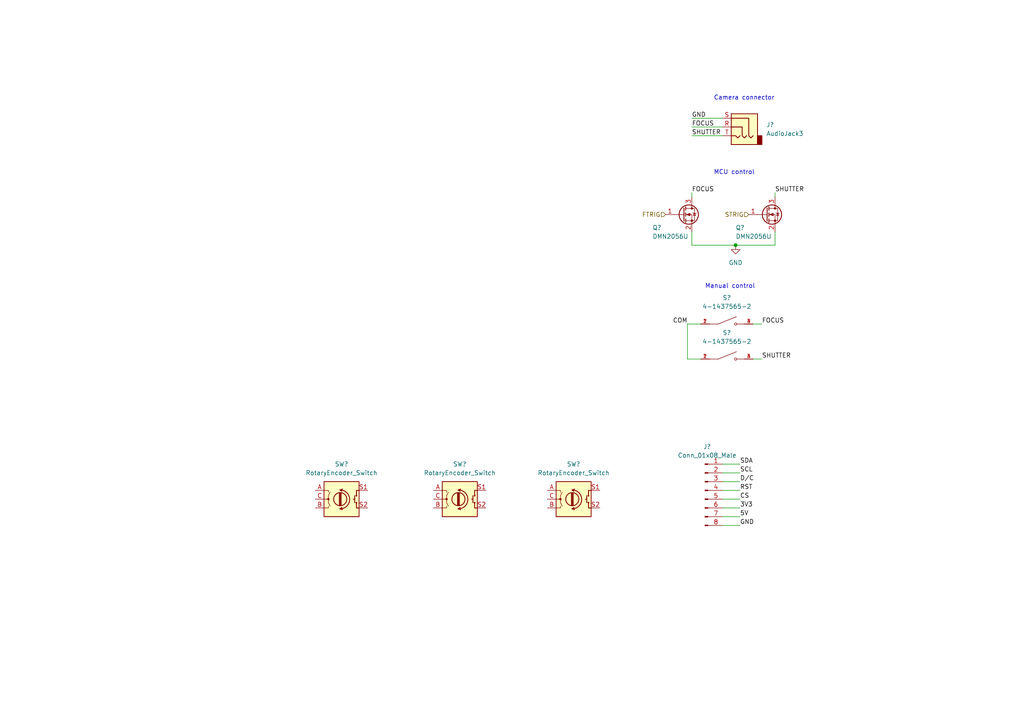
<source format=kicad_sch>
(kicad_sch (version 20211123) (generator eeschema)
  (paper "A4")
  (lib_symbols
    (symbol "4-1437565-2:4-1437565-2" (pin_names (offset 1.016))
      (property "Reference" "S" (at -2.54 2.54 0))
      (property "Value" "4-1437565-2" (at -2.54 -2.54 0))
      (symbol "4-1437565-2_0_0"
        (polyline (pts (xy -2.54 0) (xy -5.08 0)) (stroke (width 0.1524)))
        (polyline (pts (xy -2.54 0) (xy 2.794 2.1336)) (stroke (width 0.1524)))
        (polyline (pts (xy 5.08 0) (xy 2.921 0)) (stroke (width 0.1524)))
        (circle (center 2.54 0) (radius 0.3302) (stroke (width 0.1524)))
        (pin passive line (at -7.62 0 0) (length 2.54) (name "~") (number "1"))
        (pin passive line (at -7.62 0 0) (length 2.54) (name "~") (number "2"))
        (pin passive line (at 7.62 0 180) (length 2.54) (name "~") (number "3"))
        (pin passive line (at 7.62 0 180) (length 2.54) (name "~") (number "4"))
      )
    )
    (symbol "Connector:AudioJack3"
      (property "Reference" "J" (at 0 8.89 0))
      (property "Value" "AudioJack3" (at 0 6.35 0))
      (symbol "AudioJack3_0_1"
        (rectangle (start -5.08 -5.08) (end -6.35 -2.54) (stroke (width 0.254)) (fill (type outline)))
        (polyline (pts (xy 0 -2.54) (xy 0.635 -3.175) (xy 1.27 -2.54) (xy 2.54 -2.54)) (stroke (width 0.254)))
        (polyline (pts (xy -1.905 -2.54) (xy -1.27 -3.175) (xy -0.635 -2.54) (xy -0.635 0) (xy 2.54 0)) (stroke (width 0.254)))
        (polyline (pts (xy 2.54 2.54) (xy -2.54 2.54) (xy -2.54 -2.54) (xy -3.175 -3.175) (xy -3.81 -2.54)) (stroke (width 0.254)))
        (rectangle (start 2.54 3.81) (end -5.08 -5.08) (stroke (width 0.254)) (fill (type background)))
      )
      (symbol "AudioJack3_1_1"
        (pin passive line (at 5.08 0 180) (length 2.54) (name "~") (number "R"))
        (pin passive line (at 5.08 2.54 180) (length 2.54) (name "~") (number "S"))
        (pin passive line (at 5.08 -2.54 180) (length 2.54) (name "~") (number "T"))
      )
    )
    (symbol "Connector:Conn_01x08_Male" (pin_names (offset 1.016) hide)
      (property "Reference" "J" (at 0 10.16 0))
      (property "Value" "Conn_01x08_Male" (at 0 -12.7 0))
      (symbol "Conn_01x08_Male_1_1"
        (polyline (pts (xy 1.27 -10.16) (xy 0.8636 -10.16)) (stroke (width 0.1524)))
        (polyline (pts (xy 1.27 -7.62) (xy 0.8636 -7.62)) (stroke (width 0.1524)))
        (polyline (pts (xy 1.27 -5.08) (xy 0.8636 -5.08)) (stroke (width 0.1524)))
        (polyline (pts (xy 1.27 -2.54) (xy 0.8636 -2.54)) (stroke (width 0.1524)))
        (polyline (pts (xy 1.27 0) (xy 0.8636 0)) (stroke (width 0.1524)))
        (polyline (pts (xy 1.27 2.54) (xy 0.8636 2.54)) (stroke (width 0.1524)))
        (polyline (pts (xy 1.27 5.08) (xy 0.8636 5.08)) (stroke (width 0.1524)))
        (polyline (pts (xy 1.27 7.62) (xy 0.8636 7.62)) (stroke (width 0.1524)))
        (rectangle (start 0.8636 -10.033) (end 0 -10.287) (stroke (width 0.1524)) (fill (type outline)))
        (rectangle (start 0.8636 -7.493) (end 0 -7.747) (stroke (width 0.1524)) (fill (type outline)))
        (rectangle (start 0.8636 -4.953) (end 0 -5.207) (stroke (width 0.1524)) (fill (type outline)))
        (rectangle (start 0.8636 -2.413) (end 0 -2.667) (stroke (width 0.1524)) (fill (type outline)))
        (rectangle (start 0.8636 0.127) (end 0 -0.127) (stroke (width 0.1524)) (fill (type outline)))
        (rectangle (start 0.8636 2.667) (end 0 2.413) (stroke (width 0.1524)) (fill (type outline)))
        (rectangle (start 0.8636 5.207) (end 0 4.953) (stroke (width 0.1524)) (fill (type outline)))
        (rectangle (start 0.8636 7.747) (end 0 7.493) (stroke (width 0.1524)) (fill (type outline)))
        (pin passive line (at 5.08 7.62 180) (length 3.81) (name "Pin_1") (number "1"))
        (pin passive line (at 5.08 5.08 180) (length 3.81) (name "Pin_2") (number "2"))
        (pin passive line (at 5.08 2.54 180) (length 3.81) (name "Pin_3") (number "3"))
        (pin passive line (at 5.08 0 180) (length 3.81) (name "Pin_4") (number "4"))
        (pin passive line (at 5.08 -2.54 180) (length 3.81) (name "Pin_5") (number "5"))
        (pin passive line (at 5.08 -5.08 180) (length 3.81) (name "Pin_6") (number "6"))
        (pin passive line (at 5.08 -7.62 180) (length 3.81) (name "Pin_7") (number "7"))
        (pin passive line (at 5.08 -10.16 180) (length 3.81) (name "Pin_8") (number "8"))
      )
    )
    (symbol "Device:RotaryEncoder_Switch" (pin_names (offset 0.254) hide)
      (property "Reference" "SW" (at 0 6.604 0))
      (property "Value" "RotaryEncoder_Switch" (at 0 -6.604 0))
      (symbol "RotaryEncoder_Switch_0_1"
        (rectangle (start -5.08 5.08) (end 5.08 -5.08) (stroke (width 0.254)) (fill (type background)))
        (circle (center -3.81 0) (radius 0.254) (fill (type outline)))
        (arc (start -0.381 -2.794) (mid 2.3622 -0.0508) (end -0.381 2.667) (stroke (width 0.254)))
        (circle (center -0.381 0) (radius 1.905) (stroke (width 0.254)))
        (polyline (pts (xy -0.635 -1.778) (xy -0.635 1.778)) (stroke (width 0.254)))
        (polyline (pts (xy -0.381 -1.778) (xy -0.381 1.778)) (stroke (width 0.254)))
        (polyline (pts (xy -0.127 1.778) (xy -0.127 -1.778)) (stroke (width 0.254)))
        (polyline (pts (xy 3.81 0) (xy 3.429 0)) (stroke (width 0.254)))
        (polyline (pts (xy 3.81 1.016) (xy 3.81 -1.016)) (stroke (width 0.254)))
        (polyline (pts (xy -5.08 -2.54) (xy -3.81 -2.54) (xy -3.81 -2.032)))
        (polyline (pts (xy -5.08 2.54) (xy -3.81 2.54) (xy -3.81 2.032)))
        (polyline (pts (xy 0.254 -3.048) (xy -0.508 -2.794) (xy 0.127 -2.413)) (stroke (width 0.254)))
        (polyline (pts (xy 0.254 2.921) (xy -0.508 2.667) (xy 0.127 2.286)) (stroke (width 0.254)))
        (polyline (pts (xy 5.08 -2.54) (xy 4.318 -2.54) (xy 4.318 -1.016)) (stroke (width 0.254)))
        (polyline (pts (xy 5.08 2.54) (xy 4.318 2.54) (xy 4.318 1.016)) (stroke (width 0.254)))
        (polyline (pts (xy -5.08 0) (xy -3.81 0) (xy -3.81 -1.016) (xy -3.302 -2.032)))
        (polyline (pts (xy -4.318 0) (xy -3.81 0) (xy -3.81 1.016) (xy -3.302 2.032)))
        (circle (center 4.318 -1.016) (radius 0.127) (stroke (width 0.254)))
        (circle (center 4.318 1.016) (radius 0.127) (stroke (width 0.254)))
      )
      (symbol "RotaryEncoder_Switch_1_1"
        (pin passive line (at -7.62 2.54 0) (length 2.54) (name "A") (number "A"))
        (pin passive line (at -7.62 -2.54 0) (length 2.54) (name "B") (number "B"))
        (pin passive line (at -7.62 0 0) (length 2.54) (name "C") (number "C"))
        (pin passive line (at 7.62 2.54 180) (length 2.54) (name "S1") (number "S1"))
        (pin passive line (at 7.62 -2.54 180) (length 2.54) (name "S2") (number "S2"))
      )
    )
    (symbol "Transistor_FET:DMN2056U" (pin_names hide)
      (property "Reference" "Q" (at 5.08 1.905 0))
      (property "Value" "DMN2056U" (at 5.08 0 0))
      (symbol "DMN2056U_0_1"
        (polyline (pts (xy 0.254 0) (xy -2.54 0)))
        (polyline (pts (xy 0.254 1.905) (xy 0.254 -1.905)) (stroke (width 0.254)))
        (polyline (pts (xy 0.762 -1.27) (xy 0.762 -2.286)) (stroke (width 0.254)))
        (polyline (pts (xy 0.762 0.508) (xy 0.762 -0.508)) (stroke (width 0.254)))
        (polyline (pts (xy 0.762 2.286) (xy 0.762 1.27)) (stroke (width 0.254)))
        (polyline (pts (xy 2.54 2.54) (xy 2.54 1.778)))
        (polyline (pts (xy 2.54 -2.54) (xy 2.54 0) (xy 0.762 0)))
        (polyline (pts (xy 0.762 -1.778) (xy 3.302 -1.778) (xy 3.302 1.778) (xy 0.762 1.778)))
        (polyline (pts (xy 1.016 0) (xy 2.032 0.381) (xy 2.032 -0.381) (xy 1.016 0)) (fill (type outline)))
        (polyline (pts (xy 2.794 0.508) (xy 2.921 0.381) (xy 3.683 0.381) (xy 3.81 0.254)))
        (polyline (pts (xy 3.302 0.381) (xy 2.921 -0.254) (xy 3.683 -0.254) (xy 3.302 0.381)))
        (circle (center 1.651 0) (radius 2.794) (stroke (width 0.254)))
        (circle (center 2.54 -1.778) (radius 0.254) (fill (type outline)))
        (circle (center 2.54 1.778) (radius 0.254) (fill (type outline)))
      )
      (symbol "DMN2056U_1_1"
        (pin input line (at -5.08 0 0) (length 2.54) (name "G") (number "1"))
        (pin passive line (at 2.54 -5.08 90) (length 2.54) (name "S") (number "2"))
        (pin passive line (at 2.54 5.08 270) (length 2.54) (name "D") (number "3"))
      )
    )
    (symbol "power:GND" (power) (pin_names (offset 0))
      (property "Value" "GND" (at 0 -3.81 0))
      (symbol "GND_0_1"
        (polyline (pts (xy 0 0) (xy 0 -1.27) (xy 1.27 -1.27) (xy 0 -2.54) (xy -1.27 -1.27) (xy 0 -1.27)))
      )
      (symbol "GND_1_1"
        (pin power_in line (at 0 0 270) (length 0) hide (name "GND") (number "1"))
      )
    )
  )
  (junction (at 213.36 71.12))
  (wire (pts (xy 203.2 104.14) (xy 199.39 104.14)))
  (wire (pts (xy 209.55 147.32) (xy 214.63 147.32)))
  (wire (pts (xy 200.66 71.12) (xy 213.36 71.12)))
  (wire (pts (xy 199.39 104.14) (xy 199.39 93.98)))
  (wire (pts (xy 220.98 93.98) (xy 218.44 93.98)))
  (wire (pts (xy 209.55 152.4) (xy 214.63 152.4)))
  (wire (pts (xy 200.66 39.37) (xy 209.55 39.37)))
  (wire (pts (xy 200.66 67.31) (xy 200.66 71.12)))
  (wire (pts (xy 200.66 36.83) (xy 209.55 36.83)))
  (wire (pts (xy 224.79 71.12) (xy 224.79 67.31)))
  (wire (pts (xy 209.55 134.62) (xy 214.63 134.62)))
  (wire (pts (xy 209.55 139.7) (xy 214.63 139.7)))
  (wire (pts (xy 199.39 93.98) (xy 203.2 93.98)))
  (wire (pts (xy 220.98 104.14) (xy 218.44 104.14)))
  (wire (pts (xy 209.55 149.86) (xy 214.63 149.86)))
  (wire (pts (xy 224.79 55.88) (xy 224.79 57.15)))
  (wire (pts (xy 209.55 137.16) (xy 214.63 137.16)))
  (wire (pts (xy 209.55 142.24) (xy 214.63 142.24)))
  (wire (pts (xy 200.66 55.88) (xy 200.66 57.15)))
  (wire (pts (xy 209.55 144.78) (xy 214.63 144.78)))
  (wire (pts (xy 213.36 71.12) (xy 224.79 71.12)))
  (wire (pts (xy 200.66 34.29) (xy 209.55 34.29)))
  (text "MCU control" (at 207.01 50.8 0) (effects (font (size 1.27 1.27)) (justify left bottom)))
  (text "Manual control" (at 204.47 83.82 0) (effects (font (size 1.27 1.27)) (justify left bottom)))
  (text "Camera connector" (at 207.01 29.21 0) (effects (font (size 1.27 1.27)) (justify left bottom)))
  (label "5V" (at 214.63 149.86 0))
  (label "RST" (at 214.63 142.24 0))
  (label "SHUTTER" (at 224.79 55.88 0))
  (label "GND" (at 200.66 34.29 0))
  (label "SDA" (at 214.63 134.62 0))
  (label "CS" (at 214.63 144.78 0))
  (label "FOCUS" (at 200.66 55.88 0))
  (label "3V3" (at 214.63 147.32 0))
  (label "GND" (at 214.63 152.4 0))
  (label "FOCUS" (at 220.98 93.98 0))
  (label "COM" (at 199.39 93.98 180))
  (label "FOCUS" (at 200.66 36.83 0))
  (label "D{slash}C" (at 214.63 139.7 0))
  (label "SHUTTER" (at 220.98 104.14 0))
  (label "SHUTTER" (at 200.66 39.37 0))
  (label "SCL" (at 214.63 137.16 0))
  (hierarchical_label "FTRIG" (shape input) (at 193.04 62.23 180))
  (hierarchical_label "STRIG" (shape input) (at 217.17 62.23 180))
  (symbol (lib_id "4-1437565-2:4-1437565-2") (at 210.82 104.14 0) (unit 1)
    (property "Reference" "S?" (at 210.82 96.52 0))
    (property "Value" "4-1437565-2" (at 210.82 99.06 0))
    (property "Footprint" "SW_4-1437565-2" (effects hide))
    (property "EU_RoHS_Compliance" "Compliant" (effects hide))
    (property "Comment" "4-1437565-2" (effects hide))
  )
  (symbol (lib_id "Device:RotaryEncoder_Switch") (at 166.37 144.78 0) (unit 1)
    (property "Reference" "SW?" (at 166.37 134.62 0))
    (property "Value" "RotaryEncoder_Switch" (at 166.37 137.16 0))
  )
  (symbol (lib_id "Connector:Conn_01x08_Male") (at 204.47 142.24 0) (unit 1)
    (property "Reference" "J?" (at 205.105 129.54 0))
    (property "Value" "Conn_01x08_Male" (at 205.105 132.08 0))
  )
  (symbol (lib_id "Transistor_FET:DMN2056U") (at 198.12 62.23 0) (unit 1)
    (property "Reference" "Q?" (at 189.23 66.04 0) (effects (justify left)))
    (property "Value" "DMN2056U" (at 189.23 68.58 0) (effects (justify left)))
    (property "Footprint" "Package_TO_SOT_SMD:SOT-23" (effects hide))
    (property "Datasheet" "http://www.diodes.com/assets/Datasheets/DMN2056U.pdf" (effects hide))
  )
  (symbol (lib_id "4-1437565-2:4-1437565-2") (at 210.82 93.98 0) (unit 1)
    (property "Reference" "S?" (at 210.82 86.36 0))
    (property "Value" "4-1437565-2" (at 210.82 88.9 0))
    (property "Footprint" "SW_4-1437565-2" (effects hide))
    (property "EU_RoHS_Compliance" "Compliant" (effects hide))
    (property "Comment" "4-1437565-2" (effects hide))
  )
  (symbol (lib_id "Device:RotaryEncoder_Switch") (at 133.35 144.78 0) (unit 1)
    (property "Reference" "SW?" (at 133.35 134.62 0))
    (property "Value" "RotaryEncoder_Switch" (at 133.35 137.16 0))
  )
  (symbol (lib_id "Transistor_FET:DMN2056U") (at 222.25 62.23 0) (unit 1)
    (property "Reference" "Q?" (at 213.36 66.04 0) (effects (justify left)))
    (property "Value" "DMN2056U" (at 213.36 68.58 0) (effects (justify left)))
    (property "Footprint" "Package_TO_SOT_SMD:SOT-23" (effects hide))
    (property "Datasheet" "http://www.diodes.com/assets/Datasheets/DMN2056U.pdf" (effects hide))
  )
  (symbol (lib_id "Connector:AudioJack3") (at 214.63 36.83 0) (mirror y) (unit 1)
    (property "Reference" "J?" (at 222.25 36.1949 0) (effects (justify right)))
    (property "Value" "AudioJack3" (at 222.25 38.7349 0) (effects (justify right)))
  )
  (symbol (lib_id "Device:RotaryEncoder_Switch") (at 99.06 144.78 0) (unit 1)
    (property "Reference" "SW?" (at 99.06 134.62 0))
    (property "Value" "RotaryEncoder_Switch" (at 99.06 137.16 0))
  )
  (symbol (lib_id "power:GND") (at 213.36 71.12 0) (unit 1)
    (property "Reference" "#PWR?" (effects hide))
    (property "Value" "GND" (at 213.36 76.2 0))
  )
)
</source>
